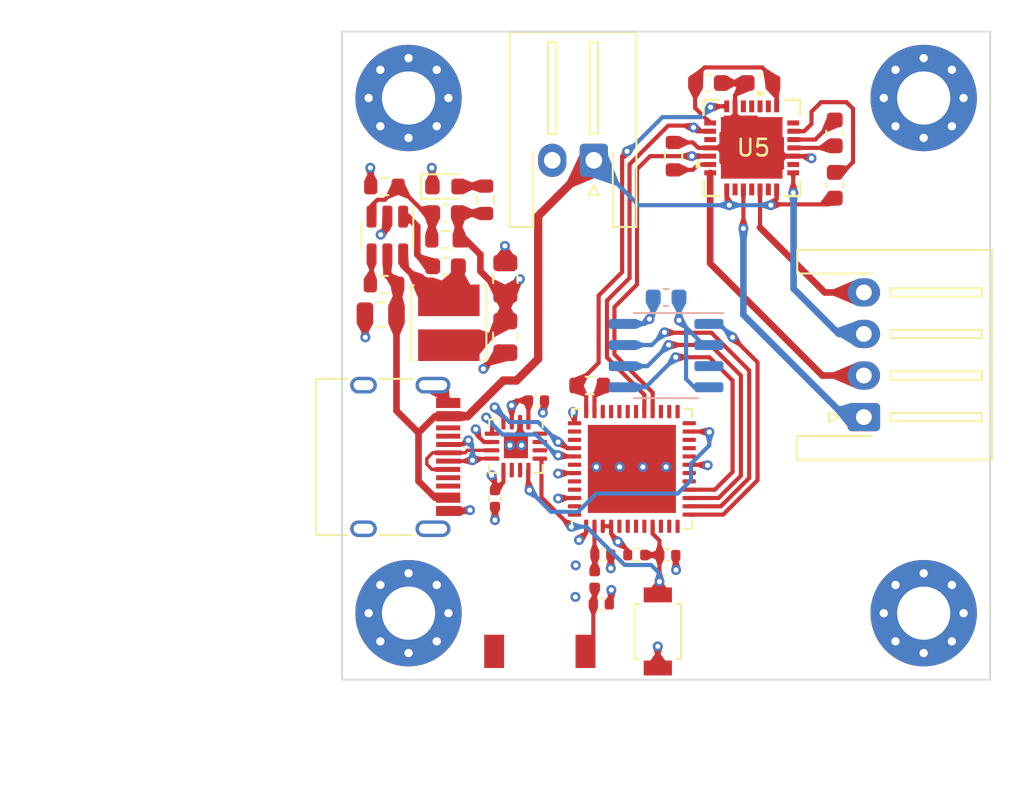
<source format=kicad_pcb>
(kicad_pcb (version 20221018) (generator pcbnew)
  (layers (0 "F.Cu" signal) (1 "In1.Cu" power "GND") (2 "In2.Cu" power "3.3V") (31 "B.Cu" signal) (34 "B.Paste" user) (35 "F.Paste" user) (36 "B.SilkS" user "B.Silkscreen") (37 "F.SilkS" user "F.Silkscreen") (38 "B.Mask" user) (39 "F.Mask" user) (44 "Edge.Cuts" user))
  (net 0 "")
  (net 1 "Net-(U4-SW)")
  (net 2 "Net-(U4-BS)")
  (net 3 "Net-(U4-FB)")
  (net 4 "4.5V-30V")
  (net 5 "GND")
  (net 6 "3.3V")
  (net 7 "D+")
  (net 8 "D-")
  (net 11 "RX")
  (net 12 "TX")
  (net 48 "Net-(U4-EN)")
  (net 49 "OP")
  (net 50 "EN")
  (net 51 "Net-(E1-A)")
  (net 52 "Net-(U3-LNA_IN)")
  (net 53 "5V")
  (net 54 "Net-(U5-CPI)")
  (net 55 "Net-(U5-CPO)")
  (net 56 "Net-(U5-VCP)")
  (net 57 "TMC_TX")
  (net 58 "TMC_RX")
  (net 59 "Net-(U5-STDBY)")
  (net 64 "TMC_STEP")
  (net 65 "TMC_DIR")
  (net 67 "Net-(D2-A)")
  (net 69 "OA1")
  (net 70 "SPI_CS")
  (net 72 "SPI_MOSI")
  (net 73 "SPI_MISO")
  (net 74 "SPI_CLK")
  (net 75 "OA2")
  (net 76 "OB2")
  (net 77 "OB1")
  (footprint "Connector_JST:JST_XH_S4B-XH-A-1_1x04_P2.50mm_Horizontal" (layer "F.Cu") (at 127.4 108.2 90)
    (fp_text reference "E2" hide)
    (fp_text value "Conn_01x04_Socket")
  )
  (footprint "Capacitor_SMD:C_0402_1005Metric" (layer "F.Cu") (at 107.7 107.2 180)
    (fp_text reference "C7" hide)
    (fp_text value "0.1uf")
  )
  (footprint "LED_SMD:LED_0603_1608Metric" (layer "F.Cu") (at 102.225 94.325)
    (fp_text reference "D2" hide)
    (fp_text value "LED")
  )
  (footprint "Connector_USB:USB_C_Receptacle_HRO_TYPE-C-31-M-12" (layer "F.Cu") (at 98.34 110.6 -90)
    (fp_text reference "J2" hide)
    (fp_text value "USB_C_Receptacle_USB2.0_16P")
  )
  (footprint "Capacitor_SMD:C_0603_1608Metric" (layer "F.Cu") (at 121.14851 88.09851)
    (fp_text reference "C9" hide)
    (fp_text value "10uf")
  )
  (footprint "Capacitor_SMD:C_0603_1608Metric" (layer "F.Cu") (at 125.65 91.1 -90)
    (fp_text reference "C11" hide)
    (fp_text value "22nf")
  )
  (footprint "BLab:QFN28_5X5_TRI" (layer "F.Cu") (at 120.65076 92.00076 180)
    (fp_text reference "U5")
    (fp_text value "TMC2209-LA" hide)
  )
  (footprint "Capacitor_SMD:C_0603_1608Metric" (layer "F.Cu") (at 125.65 94.25 -90)
    (fp_text reference "C12" hide)
    (fp_text value "0.1uf")
  )
  (footprint "Capacitor_SMD:C_0402_1005Metric" (layer "F.Cu") (at 111.69 116.47 180)
    (fp_text reference "CANT_C2" hide)
    (fp_text value "NC")
  )
  (footprint "Capacitor_SMD:C_0805_2012Metric" (layer "F.Cu") (at 105.825 99.875 90)
    (fp_text reference "C4" hide)
    (fp_text value "22uf")
  )
  (footprint "Resistor_SMD:R_0603_1608Metric" (layer "F.Cu") (at 98.55 94.325)
    (fp_text reference "R2" hide)
    (fp_text value "10k")
  )
  (footprint "Capacitor_SMD:C_0402_1005Metric" (layer "F.Cu") (at 105.2 113.1 90)
    (fp_text reference "C3" hide)
    (fp_text value "0.1uf")
  )
  (footprint "Capacitor_SMD:C_0603_1608Metric" (layer "F.Cu") (at 102.225 95.925)
    (fp_text reference "C2" hide)
    (fp_text value "UNKNOWN")
  )
  (footprint "my:bt-342" (layer "F.Cu") (at 115 121.1 90)
    (fp_text reference "SW1" hide)
    (fp_text value "SW_Push")
  )
  (footprint "Capacitor_SMD:C_0402_1005Metric" (layer "F.Cu") (at 111.6 119.47 180)
    (fp_text reference "ANT_C1" hide)
    (fp_text value "NC")
  )
  (footprint "Resistor_SMD:R_0603_1608Metric" (layer "F.Cu") (at 104.625 95.125 90)
    (fp_text reference "R11" hide)
    (fp_text value "10k")
  )
  (footprint "Package_DFN_QFN:QFN-16-1EP_3x3mm_P0.5mm_EP1.45x1.45mm" (layer "F.Cu") (at 106.4625 109.95 -90)
    (fp_text reference "U1" hide)
    (fp_text value "ch343p")
  )
  (footprint "Resistor_SMD:R_0402_1005Metric" (layer "F.Cu") (at 113.7 116.5)
    (fp_text reference "R4" hide)
    (fp_text value "10k")
  )
  (footprint "MountingHole:MountingHole_3.2mm_M3_Pad_Via" (layer "F.Cu") (at 131 89)
    (fp_text reference "H3" hide)
    (fp_text value "MountingHole")
  )
  (footprint "Resistor_SMD:R_0603_1608Metric" (layer "F.Cu") (at 102.225 97.525)
    (fp_text reference "R1" hide)
    (fp_text value "31.25k")
  )
  (footprint "Package_TO_SOT_SMD:SOT-23-6" (layer "F.Cu") (at 98.725 97.275 -90)
    (fp_text reference "U4" hide)
    (fp_text value "~")
  )
  (footprint "Resistor_SMD:R_0603_1608Metric" (layer "F.Cu") (at 98.525 100.225)
    (fp_text reference "R3" hide)
    (fp_text value "100k")
  )
  (footprint "MountingHole:MountingHole_3.2mm_M3_Pad_Via" (layer "F.Cu") (at 100 120)
    (fp_text reference "H2" hide)
    (fp_text value "MountingHole")
  )
  (footprint "Inductor_SMD:L_Cenker_CKCS4030" (layer "F.Cu") (at 102.425 102.525 -90)
    (fp_text reference "L1" hide)
    (fp_text value "4.7uh")
  )
  (footprint "Resistor_SMD:R_0603_1608Metric" (layer "F.Cu") (at 115.94851 92.49851 90)
    (fp_text reference "R9" hide)
    (fp_text value "100k")
  )
  (footprint "Capacitor_SMD:C_0603_1608Metric" (layer "F.Cu") (at 118.04851 88.09851 180)
    (fp_text reference "C13" hide)
    (fp_text value "0.1uf")
  )
  (footprint "MountingHole:MountingHole_3.2mm_M3_Pad_Via" (layer "F.Cu") (at 100 89)
    (fp_text reference "H4" hide)
    (fp_text value "MountingHole")
  )
  (footprint "BLab:CA-03" (layer "F.Cu") (at 110.65 122.3 180)
    (fp_text reference "E1" hide)
    (fp_text value "Antenna")
  )
  (footprint "MountingHole:MountingHole_3.2mm_M3_Pad_Via" (layer "F.Cu") (at 131 120)
    (fp_text reference "H1" hide)
    (fp_text value "MountingHole")
  )
  (footprint "Capacitor_SMD:C_0603_1608Metric" (layer "F.Cu") (at 102.225 99.125 180)
    (fp_text reference "C1" hide)
    (fp_text value "0.1uf")
  )
  (footprint "Capacitor_SMD:C_0805_2012Metric" (layer "F.Cu") (at 98.325 102.025 180)
    (fp_text reference "C5" hide)
    (fp_text value "22uf")
  )
  (footprint "Capacitor_SMD:C_0805_2012Metric" (layer "F.Cu") (at 105.825 103.375 -90)
    (fp_text reference "C8" hide)
    (fp_text value "22uf")
  )
  (footprint "Capacitor_SMD:C_0402_1005Metric" (layer "F.Cu") (at 115.6 116.5)
    (fp_text reference "C6" hide)
    (fp_text value "1uf")
  )
  (footprint "Package_DFN_QFN:QFN-48-1EP_7x7mm_P0.5mm_EP5.3x5.3mm" (layer "F.Cu") (at 113.44 111.32 90)
    (fp_text reference "U3" hide)
    (fp_text value "ESP32-PICO-D4")
  )
  (footprint "Connector_JST:JST_XH_S2B-XH-A-1_1x02_P2.50mm_Horizontal" (layer "F.Cu") (at 111.15 92.75 180)
    (fp_text reference "J1" hide)
    (fp_text value "Conn_01x02_Socket")
  )
  (footprint "Resistor_SMD:R_0603_1608Metric" (layer "F.Cu") (at 110.9 106.3 180)
    (fp_text reference "R6" hide)
    (fp_text value "1k")
  )
  (footprint "Inductor_SMD:L_0402_1005Metric" (layer "F.Cu") (at 111.2 117.97 90)
    (fp_text reference "ANT_L1" hide)
    (fp_text value "NC")
  )
  (footprint "Package_SO:SO-8_3.9x4.9mm_P1.27mm" (layer "B.Cu") (at 115.5 104.5 180)
    (fp_text reference "U2" hide)
    (fp_text value "MT6816")
  )
  (footprint "Capacitor_SMD:C_0603_1608Metric" (layer "B.Cu") (at 115.5 101 180)
    (fp_text reference "C14" hide)
    (fp_text value "0.1uf")
  )
  (gr_line (start 96 85) (end 96 124) (stroke (width 0.1)) (layer "Edge.Cuts"))
  (gr_line (start 100 124) (end 135 124) (stroke (width 0.1)) (layer "Edge.Cuts"))
  (gr_line (start 135 85) (end 96 85) (stroke (width 0.1)) (layer "Edge.Cuts"))
  (gr_line (start 96 124) (end 100 124) (stroke (width 0.1)) (layer "Edge.Cuts"))
  (gr_line (start 135 124) (end 135 85) (stroke (width 0.1)) (layer "Edge.Cuts"))
  (segment (start 99.675 98.4125) (end 99.675 99.074999) (width 0.4) (layer "F.Cu") (net 1))
  (segment (start 99.675 99.074999) (end 101.775001 101.175) (width 0.4) (layer "F.Cu") (net 1))
  (segment (start 103 99.125) (end 103 100.6) (width 0.4) (layer "F.Cu") (net 1))
  (segment (start 101.775001 101.175) (end 102.425 101.175) (width 0.4) (layer "F.Cu") (net 1))
  (segment (start 103 100.6) (end 102.425 101.175) (width 0.4) (layer "F.Cu") (net 1))
  (segment (start 100.525 96.725) (end 100.525 98.425) (width 0.4) (layer "F.Cu") (net 2))
  (segment (start 101.225 99.125) (end 101.45 99.125) (width 0.4) (layer "F.Cu") (net 2))
  (segment (start 100.525 98.425) (end 101.225 99.125) (width 0.4) (layer "F.Cu") (net 2))
  (segment (start 99.9375 96.1375) (end 100.525 96.725) (width 0.4) (layer "F.Cu") (net 2))
  (segment (start 99.675 96.1375) (end 99.9375 96.1375) (width 0.4) (layer "F.Cu") (net 2))
  (segment (start 97.775 96.1375) (end 97.775 95.475001) (width 0.25) (layer "F.Cu") (net 3))
  (segment (start 98.575 95.125) (end 99.375 94.325) (width 0.25) (layer "F.Cu") (net 3))
  (segment (start 101.4 97.525) (end 101.4 95.975) (width 0.4) (layer "F.Cu") (net 3))
  (segment (start 97.775 95.475001) (end 98.125001 95.125) (width 0.25) (layer "F.Cu") (net 3))
  (segment (start 101.4 95.875) (end 101.45 95.925) (width 0.4) (layer "F.Cu") (net 3))
  (segment (start 98.125001 95.125) (end 98.575 95.125) (width 0.25) (layer "F.Cu") (net 3))
  (segment (start 99.375 94.325) (end 99.3875 94.325) (width 0.25) (layer "F.Cu") (net 3))
  (segment (start 99.3875 94.325) (end 100.9875 95.925) (width 0.25) (layer "F.Cu") (net 3))
  (segment (start 100.9875 95.925) (end 101.45 95.925) (width 0.25) (layer "F.Cu") (net 3))
  (segment (start 101.4 95.975) (end 101.45 95.925) (width 0.4) (layer "F.Cu") (net 3))
  (segment (start 99.375 94.125) (end 99.375 94.25) (width 0.5) (layer "F.Cu") (net 3))
  (segment (start 107.8 96.1) (end 111.15 92.75) (width 0.5) (layer "F.Cu") (net 4))
  (segment (start 105.7 106) (end 106.5 106) (width 0.5) (layer "F.Cu") (net 4))
  (segment (start 107.8 104.7) (end 107.8 96.1) (width 0.5) (layer "F.Cu") (net 4))
  (segment (start 101.596016 113.05) (end 100.6 112.053984) (width 0.4) (layer "F.Cu") (net 4))
  (segment (start 106.5 106) (end 107.8 104.7) (width 0.5) (layer "F.Cu") (net 4))
  (segment (start 102.335 108.15) (end 102.6 108.2) (width 0.4) (layer "F.Cu") (net 4))
  (segment (start 103.55 108.15) (end 105.7 106) (width 0.5) (layer "F.Cu") (net 4))
  (segment (start 102.6 108.2) (end 102.435 108.15) (width 0.4) (layer "F.Cu") (net 4))
  (segment (start 121.85 95.4) (end 121.8 95.45) (width 0.25) (layer "F.Cu") (net 4))
  (segment (start 101.595 108.15) (end 101.95 108.15) (width 0.4) (layer "F.Cu") (net 4))
  (segment (start 100.6 112.053984) (end 100.6 109.145) (width 0.4) (layer "F.Cu") (net 4))
  (segment (start 98.725 98.4125) (end 98.725 99.6) (width 0.5) (layer "F.Cu") (net 4))
  (segment (start 100.6 109.145) (end 99.275 107.82) (width 0.4) (layer "F.Cu") (net 4))
  (segment (start 98.725 99.6) (end 99.35 100.225) (width 0.5) (layer "F.Cu") (net 4))
  (segment (start 121.8 95.45) (end 122.1519 95.0981) (width 0.25) (layer "F.Cu") (net 4))
  (segment (start 101.95 108.15) (end 102 108.2) (width 0.4) (layer "F.Cu") (net 4))
  (segment (start 125.65 95.025) (end 125.275 95.4) (width 0.25) (layer "F.Cu") (net 4))
  (segment (start 99.35 100.225) (end 99.35 101.95) (width 0.5) (layer "F.Cu") (net 4))
  (segment (start 99.275 107.82) (end 99.275 102.025) (width 0.4) (layer "F.Cu") (net 4))
  (segment (start 99.35 101.95) (end 99.275 102.025) (width 0.5) (layer "F.Cu") (net 4))
  (segment (start 102 108.2) (end 102.05 108.15) (width 0.4) (layer "F.Cu") (net 4))
  (segment (start 125.275 95.4) (end 121.85 95.4) (width 0.25) (layer "F.Cu") (net 4))
  (segment (start 102.385 108.15) (end 103.55 108.15) (width 0.5) (layer "F.Cu") (net 4))
  (segment (start 99.275 102.025) (end 99.275 102.674999) (width 0.5) (layer "F.Cu") (net 4))
  (segment (start 122.1519 95.0981) (end 122.1519 94.50076) (width 0.25) (layer "F.Cu") (net 4))
  (segment (start 102.05 108.15) (end 102.335 108.15) (width 0.4) (layer "F.Cu") (net 4))
  (segment (start 119.3 95.45) (end 119.14962 95.29962) (width 0.25) (layer "F.Cu") (net 4))
  (segment (start 102.435 108.15) (end 102.385 108.15) (width 0.4) (layer "F.Cu") (net 4))
  (segment (start 119.14962 95.29962) (end 119.14962 94.50076) (width 0.25) (layer "F.Cu") (net 4))
  (segment (start 100.6 109.145) (end 101.595 108.15) (width 0.4) (layer "F.Cu") (net 4))
  (segment (start 102.385 113.05) (end 101.596016 113.05) (width 0.4) (layer "F.Cu") (net 4))
  (via (at 121.8 95.45) (size 0.6) (drill 0.3) (layers "F.Cu" "B.Cu") (net 4))
  (via (at 119.3 95.45) (size 0.6) (drill 0.3) (layers "F.Cu" "B.Cu") (net 4))
  (segment (start 119.3 95.45) (end 113.85 95.45) (width 0.25) (layer "B.Cu") (net 4))
  (segment (start 119.3 95.45) (end 121.8 95.45) (width 0.25) (layer "B.Cu") (net 4))
  (segment (start 113.85 95.45) (end 111.15 92.75) (width 0.25) (layer "B.Cu") (net 4))
  (segment (start 120.37351 88.09851) (end 118.82351 88.09851) (width 0.25) (layer "F.Cu") (net 5))
  (segment (start 115 122) (end 115 123.3) (width 0.25) (layer "F.Cu") (net 5))
  (segment (start 117.434644 92.00076) (end 117.107394 91.67351) (width 0.25) (layer "F.Cu") (net 5))
  (segment (start 98.725 96.1375) (end 98.725 96.825) (width 0.4) (layer "F.Cu") (net 5))
  (segment (start 105.825 97.925) (end 105.8 97.9) (width 0.25) (layer "F.Cu") (net 5))
  (segment (start 102.385 107.195) (end 101.47 106.28) (width 0.4) (layer "F.Cu") (net 5))
  (segment (start 108.18 107.840489) (end 108.18 107.2) (width 0.25) (layer "F.Cu") (net 5))
  (segment (start 106.1 109.9) (end 106.4625 109.95) (width 0.25) (layer "F.Cu") (net 5))
  (segment (start 98.725 96.825) (end 98.325 97.225) (width 0.4) (layer "F.Cu") (net 5))
  (segment (start 105.475 104.325) (end 105.825 104.325) (width 0.25) (layer "F.Cu") (net 5))
  (segment (start 119.65 89.50076) (end 119.65 88.82202) (width 0.25) (layer "F.Cu") (net 5))
  (segment (start 103.65 113.85) (end 103.7 113.8) (width 0.25) (layer "F.Cu") (net 5))
  (segment (start 116.08 117.38) (end 116.08 116.5) (width 0.25) (layer "F.Cu") (net 5))
  (segment (start 106.7125 108.5125) (end 106.7125 109.7) (width 0.25) (layer "F.Cu") (net 5))
  (segment (start 124.25076 92.62576) (end 124.126141 92.501141) (width 0.25) (layer "F.Cu") (net 5))
  (segment (start 118.15076 92.00076) (end 120.65076 92.00076) (width 0.25) (layer "F.Cu") (net 5))
  (segment (start 106.7125 109.7) (end 106.1 109.9) (width 0.25) (layer "F.Cu") (net 5))
  (segment (start 116.1 117.4) (end 116.08 117.38) (width 0.25) (layer "F.Cu") (net 5))
  (segment (start 119.65 91) (end 120.65076 92.00076) (width 0.25) (layer "F.Cu") (net 5))
  (segment (start 108.079508 107.940981) (end 108.18 107.840489) (width 0.25) (layer "F.Cu") (net 5))
  (segment (start 112.2 118.6) (end 112.2 119.35) (width 0.25) (layer "F.Cu") (net 5))
  (segment (start 105.2 113.58) (end 105.2 114.4) (width 0.25) (layer "F.Cu") (net 5))
  (segment (start 97.725 94.325) (end 97.725 93.225) (width 0.25) (layer "F.Cu") (net 5))
  (segment (start 101.4375 94.325) (end 101.4375 93.2375) (width 0.25) (layer "F.Cu") (net 5))
  (segment (start 97.725 93.225) (end 97.7 93.2) (width 0.25) (layer "F.Cu") (net 5))
  (segment (start 119.65 88.82202) (end 120.37351 88.09851) (width 0.25) (layer "F.Cu") (net 5))
  (segment (start 104.5 105.3) (end 105.475 104.325) (width 0.25) (layer "F.Cu") (net 5))
  (segment (start 123.15076 92.501141) (end 121.151141 92.501141) (width 0.25) (layer "F.Cu") (net 5))
  (segment (start 105.825 98.925) (end 105.825 97.925) (width 0.25) (layer "F.Cu") (net 5))
  (segment (start 112.2 119.35) (end 112.08 119.47) (width 0.25) (layer "F.Cu") (net 5))
  (segment (start 119.65 89.50076) (end 119.65 91) (width 0.25) (layer "F.Cu") (net 5))
  (segment (start 97.375 102.025) (end 97.375 103.375) (width 0.25) (layer "F.Cu") (net 5))
  (segment (start 97.375 103.375) (end 97.4 103.4) (width 0.25) (layer "F.Cu") (net 5))
  (segment (start 102.385 113.85) (end 103.65 113.85) (width 0.25) (layer "F.Cu") (net 5))
  (segment (start 124.126141 92.501141) (end 123.15076 92.501141) (width 0.25) (layer "F.Cu") (net 5))
  (segment (start 112.17 117.3) (end 112.17 116.47) (width 0.25) (layer "F.Cu") (net 5))
  (segment (start 106.7125 109.7) (end 106.4625 109.95) (width 0.25) (layer "F.Cu") (net 5))
  (segment (start 101.4375 93.2375) (end 101.4 93.2) (width 0.25) (layer "F.Cu") (net 5))
  (segment (start 106.8 109.9) (end 106.7125 109.7) (width 0.25) (layer "F.Cu") (net 5))
  (segment (start 117.107394 91.67351) (end 115.94851 91.67351) (width 0.25) (layer "F.Cu") (net 5))
  (segment (start 102.385 107.35) (end 102.385 107.195) (width 0.4) (layer "F.Cu") (net 5))
  (segment (start 118.15076 92.00076) (end 117.434644 92.00076) (width 0.25) (layer "F.Cu") (net 5))
  (segment (start 121.151141 92.501141) (end 120.65076 92.00076) (width 0.25) (layer "F.Cu") (net 5))
  (via (at 110.04 119.02) (size 0.6) (drill 0.3) (layers "F.Cu" "B.Cu") (net 5))
  (via (at 114.5 102.3) (size 0.6) (drill 0.3) (layers "F.Cu" "B.Cu") (net 5))
  (via (at 110.06 117.12) (size 0.6) (drill 0.3) (layers "F.Cu" "B.Cu") (net 5))
  (via (at 105.2 114.4) (size 0.6) (drill 0.3) (layers "F.Cu" "B.Cu") (net 5))
  (via (at 124.25076 92.62576) (size 0.6) (drill 0.3) (layers "F.Cu" "B.Cu") (net 5))
  (via (at 112.17 117.3) (size 0.6) (drill 0.3) (layers "F.Cu" "B.Cu") (net 5))
  (via (at 103.7 113.8) (size 0.6) (drill 0.3) (layers "F.Cu" "B.Cu") (net 5))
  (via (at 116.1 117.4) (size 0.6) (drill 0.3) (layers "F.Cu" "B.Cu") (net 5))
  (via (at 98.325 97.225) (size 0.6) (drill 0.3) (layers "F.Cu" "B.Cu") (net 5))
  (via (at 108.079508 107.940981) (size 0.6) (drill 0.3) (layers "F.Cu" "B.Cu") (net 5))
  (via (at 112.7 111.2) (size 0.6) (drill 0.3) (layers "F.Cu" "B.Cu") (net 5))
  (via (at 115.5 111.2) (size 0.6) (drill 0.3) (layers "F.Cu" "B.Cu") (net 5))
  (via (at 97.7 93.2) (size 0.6) (drill 0.3) (layers "F.Cu" "B.Cu") (net 5))
  (via (at 97.4 103.4) (size 0.6) (drill 0.3) (layers "F.Cu" "B.Cu") (net 5))
  (via (at 114.1 111.2) (size 0.6) (drill 0.3) (layers "F.Cu" "B.Cu") (net 5))
  (via (at 115 122) (size 0.6) (drill 0.3) (layers "F.Cu" "B.Cu") (net 5))
  (via (at 101.4 93.2) (size 0.6) (drill 0.3) (layers "F.Cu" "B.Cu") (net 5))
  (via (at 111.3 111.2) (size 0.6) (drill 0.3) (layers "F.Cu" "B.Cu") (net 5))
  (via (at 106.8 109.9) (size 0.6) (drill 0.3) (layers "F.Cu" "B.Cu") (net 5))
  (via (at 106.1 109.9) (size 0.6) (drill 0.3) (layers "F.Cu" "B.Cu") (net 5))
  (via (at 104.5 105.3) (size 0.6) (drill 0.3) (layers "F.Cu" "B.Cu") (net 5))
  (via (at 112.2 118.6) (size 0.6) (drill 0.3) (layers "F.Cu" "B.Cu") (net 5))
  (via (at 105.8 97.9) (size 0.6) (drill 0.3) (layers "F.Cu" "B.Cu") (net 5))
  (segment (start 112.925 102.595) (end 114.205 102.595) (width 0.25) (layer "B.Cu") (net 5))
  (segment (start 114.205 102.595) (end 114.5 102.3) (width 0.25) (layer "B.Cu") (net 5))
  (segment (start 114.5 102.3) (end 114.725 102.075) (width 0.25) (layer "B.Cu") (net 5))
  (segment (start 114.725 102.075) (end 114.725 101) (width 0.25) (layer "B.Cu") (net 5))
  (segment (start 112.6 115.62974) (end 112.19 115.21974) (width 0.25) (layer "F.Cu") (net 6))
  (segment (start 107.22 107.2) (end 106.5 107.2) (width 0.25) (layer "F.Cu") (net 6))
  (segment (start 106.5 107.2) (end 106.2 107.5) (width 0.25) (layer "F.Cu") (net 6))
  (segment (start 104.53776 109.7) (end 105.025 109.7) (width 0.25) (layer "F.Cu") (net 6))
  (segment (start 112.19 115.21974) (end 112.19 114.77) (width 0.25) (layer "F.Cu") (net 6))
  (segment (start 109.99 113.07) (end 109.03 113.07) (width 0.25) (layer "F.Cu") (net 6))
  (segment (start 105.825 102.425) (end 105.825 100.825) (width 0.5) (layer "F.Cu") (net 6))
  (segment (start 106.7 99.95) (end 105.825 100.825) (width 0.4) (layer "F.Cu") (net 6))
  (segment (start 116.89 111.07) (end 117.97 111.07) (width 0.25) (layer "F.Cu") (net 6))
  (segment (start 107.2125 107.2075) (end 107.22 107.2) (width 0.25) (layer "F.Cu") (net 6))
  (segment (start 112.6 115.7) (end 112.6 115.62974) (width 0.25) (layer "F.Cu") (net 6))
  (segment (start 102.425 103.875) (end 104.375 103.875) (width 0.4) (layer "F.Cu") (net 6))
  (segment (start 106.2125 107.5125) (end 106.2 107.5) (width 0.25) (layer "F.Cu") (net 6))
  (segment (start 104.043627 108.934654) (end 104.2 109.091027) (width 0.25) (layer "F.Cu") (net 6))
  (segment (start 112.6 115.7) (end 112.67026 115.7) (width 0.25) (layer "F.Cu") (net 6))
  (segment (start 103 97.475) (end 103.05 97.525) (width 0.4) (layer "F.Cu") (net 6))
  (segment (start 104.325 98.425) (end 104.325 99.425) (width 0.4) (layer "F.Cu") (net 6))
  (segment (start 105.7125 112.1075) (end 105.2 112.62) (width 0.25) (layer "F.Cu") (net 6))
  (segment (start 104.2 109.091027) (end 104.2 109.36224) (width 0.25) (layer "F.Cu") (net 6))
  (segment (start 109.03 113.07) (end 109 113.1) (width 0.25) (layer "F.Cu") (net 6))
  (segment (start 103.425 97.525) (end 104.325 98.425) (width 0.4) (layer "F.Cu") (net 6))
  (segment (start 105.725 100.825) (end 105.825 100.825) (width 0.4) (layer "F.Cu") (net 6))
  (segment (start 109.99 108.57) (end 109.99 107.99) (width 0.25) (layer "F.Cu") (net 6))
  (segment (start 106.2125 108.5125) (end 106.2125 107.5125) (width 0.25) (layer "F.Cu") (net 6))
  (segment (start 104.2 109.36224) (end 104.53776 109.7) (width 0.25) (layer "F.Cu") (net 6))
  (segment (start 105.2 112.62) (end 105.2 111.9) (width 0.25) (layer "F.Cu") (net 6))
  (segment (start 110.259999 115.6) (end 110.69 115.169999) (width 0.25) (layer "F.Cu") (net 6))
  (segment (start 109.99 107.99) (end 109.9 107.9) (width 0.25) (layer "F.Cu") (net 6))
  (segment (start 103 95.925) (end 104.6 95.925) (width 0.4) (layer "F.Cu") (net 6))
  (segment (start 105.2 111.9) (end 105 111.7) (width 0.25) (layer "F.Cu") (net 6))
  (segment (start 104.375 103.875) (end 105.825 102.425) (width 0.4) (layer "F.Cu") (net 6))
  (segment (start 110.69 115.169999) (end 110.69 114.77) (width 0.25) (layer "F.Cu") (net 6))
  (segment (start 103 95.925) (end 103 97.475) (width 0.4) (layer "F.Cu") (net 6))
  (segment (start 113.19 116.21974) (end 113.19 116.5) (width 0.25) (layer "F.Cu") (net 6))
  (segment (start 107.2125 108.5125) (end 107.2125 107.2075) (width 0.25) (layer "F.Cu") (net 6))
  (segment (start 109.99 111.57) (end 109.03 111.57) (width 0.25) (layer "F.Cu") (net 6))
  (segment (start 104.6 95.925) (end 104.625 95.95) (width 0.4) (layer "F.Cu") (net 6))
  (segment (start 106.7 99.9) (end 106.7 99.95) (width 0.4) (layer "F.Cu") (net 6))
  (segment (start 112.67026 115.7) (end 113.19 116.21974) (width 0.25) (layer "F.Cu") (net 6))
  (segment (start 104.325 99.425) (end 105.725 100.825) (width 0.4) (layer "F.Cu") (net 6))
  (segment (start 109.03 111.57) (end 109 111.6) (width 0.25) (layer "F.Cu") (net 6))
  (segment (start 117.97 111.07) (end 118 111.1) (width 0.25) (layer "F.Cu") (net 6))
  (segment (start 105.7125 111.3875) (end 105.7125 112.1075) (width 0.25) (layer "F.Cu") (net 6))
  (segment (start 111.69 114.77) (end 112.19 114.77) (width 0.25) (layer "F.Cu") (net 6))
  (segment (start 103.05 97.525) (end 103.425 97.525) (width 0.4) (layer "F.Cu") (net 6))
  (via (at 106.7 99.9) (size 0.6) (drill 0.3) (layers "F.Cu" "B.Cu") (net 6))
  (via (at 116.275 102.375) (size 0.6) (drill 0.3) (layers "F.Cu" "B.Cu") (net 6))
  (via (at 110.259999 115.6) (size 0.6) (drill 0.3) (layers "F.Cu" "B.Cu") (net 6))
  (via (at 118 111.1) (size 0.6) (drill 0.3) (layers "F.Cu" "B.Cu") (net 6))
  (via (at 105 111.7) (size 0.6) (drill 0.3) (layers "F.Cu" "B.Cu") (net 6))
  (via (at 112.6 115.7) (size 0.6) (drill 0.3) (layers "F.Cu" "B.Cu") (net 6))
  (via (at 109 113.1) (size 0.6) (drill 0.3) (layers "F.Cu" "B.Cu") (net 6))
  (via (at 109.9 107.9) (size 0.6) (drill 0.3) (layers "F.Cu" "B.Cu") (net 6))
  (via (at 109 111.6) (size 0.6) (drill 0.3) (layers "F.Cu" "B.Cu") (net 6))
  (via (at 106.2 107.5) (size 0.6) (drill 0.3) (layers "F.Cu" "B.Cu") (net 6))
  (via (at 104.043627 108.934654) (size 0.6) (drill 0.3) (layers "F.Cu" "B.Cu") (net 6))
  (segment (start 117.200001 106.405) (end 118.075 106.405) (width 0.25) (layer "B.Cu") (net 6))
  (segment (start 116.275 102.375) (end 116.275 101) (width 0.25) (layer "B.Cu") (net 6))
  (segment (start 116.275 102.375) (end 117.765 103.865) (width 0.25) (layer "B.Cu") (net 6))
  (segment (start 116.7 105.904999) (end 117.200001 106.405) (width 0.25) (layer "B.Cu") (net 6))
  (segment (start 117.765 103.865) (end 118.075 103.865) (width 0.25) (layer "B.Cu") (net 6))
  (segment (start 116.7 102.8) (end 116.7 105.904999) (width 0.25) (layer "B.Cu") (net 6))
  (segment (start 116.275 102.375) (end 116.7 102.8) (width 0.25) (layer "B.Cu") (net 6))
  (segment (start 101.1 111.04) (end 101.1 110.7) (width 0.2) (layer "F.Cu") (net 7))
  (segment (start 103.4 110.35) (end 102.385 110.35) (width 0.2) (layer "F.Cu") (net 7))
  (segment (start 103.55 110.2) (end 103.4 110.35) (width 0.2) (layer "F.Cu") (net 7))
  (segment (start 102.385 111.35) (end 101.41 111.35) (width 0.2) (layer "F.Cu") (net 7))
  (segment (start 101.45 110.35) (end 102.385 110.35) (width 0.2) (layer "F.Cu") (net 7))
  (segment (start 105.025 110.2) (end 103.55 110.2) (width 0.2) (layer "F.Cu") (net 7))
  (segment (start 101.41 111.35) (end 101.1 111.04) (width 0.2) (layer "F.Cu") (net 7))
  (segment (start 101.1 110.7) (end 101.45 110.35) (width 0.2) (layer "F.Cu") (net 7))
  (segment (start 103.8 110.85) (end 102.385 110.85) (width 0.2) (layer "F.Cu") (net 8))
  (segment (start 103.599422 109.6) (end 103.56 109.6) (width 0.2) (layer "F.Cu") (net 8))
  (segment (start 103.95 110.7) (end 105.025 110.7) (width 0.2) (layer "F.Cu") (net 8))
  (segment (start 103.31 109.85) (end 102.385 109.85) (width 0.2) (layer "F.Cu") (net 8))
  (segment (start 103.56 109.6) (end 103.31 109.85) (width 0.2) (layer "F.Cu") (net 8))
  (segment (start 103.85 110.8) (end 103.95 110.7) (width 0.2) (layer "F.Cu") (net 8))
  (segment (start 103.85 110.8) (end 103.8 110.85) (width 0.2) (layer "F.Cu") (net 8))
  (via (at 103.85 110.8) (size 0.6) (drill 0.3) (layers "F.Cu" "B.Cu") (net 8))
  (via (at 103.599422 109.6) (size 0.6) (drill 0.3) (layers "F.Cu" "B.Cu") (net 8))
  (segment (start 103.85 109.850578) (end 103.85 110.8) (width 0.2) (layer "B.Cu") (net 8))
  (segment (start 103.599422 109.6) (end 103.85 109.850578) (width 0.2) (layer "B.Cu") (net 8))
  (segment (start 109.54026 110.07) (end 109.99 110.07) (width 0.25) (layer "F.Cu") (net 11))
  (segment (start 105.180921 107.612624) (end 105.180921 107.680921) (width 0.25) (layer "F.Cu") (net 11))
  (segment (start 105.7125 108.2125) (end 105.7125 108.5125) (width 0.25) (layer "F.Cu") (net 11))
  (segment (start 105.180921 107.680921) (end 105.7125 108.2125) (width 0.25) (layer "F.Cu") (net 11))
  (segment (start 109 109.699997) (end 109.170257 109.699997) (width 0.25) (layer "F.Cu") (net 11))
  (segment (start 109.170257 109.699997) (end 109.54026 110.07) (width 0.25) (layer "F.Cu") (net 11))
  (via (at 105.180921 107.612624) (size 0.6) (drill 0.3) (layers "F.Cu" "B.Cu") (net 11))
  (via (at 109 109.699997) (size 0.6) (drill 0.3) (layers "F.Cu" "B.Cu") (net 11))
  (segment (start 107.800003 108.5) (end 109 109.699997) (width 0.25) (layer "B.Cu") (net 11))
  (segment (start 106.068297 108.5) (end 107.800003 108.5) (width 0.25) (layer "B.Cu") (net 11))
  (segment (start 105.180921 107.612624) (end 106.068297 108.5) (width 0.25) (layer "B.Cu") (net 11))
  (segment (start 104.670971 108.229029) (end 105.025 108.583058) (width 0.25) (layer "F.Cu") (net 12))
  (segment (start 109.27 110.57) (end 109.99 110.57) (width 0.25) (layer "F.Cu") (net 12))
  (segment (start 109 110.5) (end 109.2 110.5) (width 0.25) (layer "F.Cu") (net 12))
  (segment (start 109.2 110.5) (end 109.27 110.57) (width 0.25) (layer "F.Cu") (net 12))
  (segment (start 105.025 108.583058) (end 105.025 109.2) (width 0.25) (layer "F.Cu") (net 12))
  (via (at 109 110.5) (size 0.6) (drill 0.3) (layers "F.Cu" "B.Cu") (net 12))
  (via (at 104.670971 108.229029) (size 0.6) (drill 0.3) (layers "F.Cu" "B.Cu") (net 12))
  (segment (start 104.670971 108.229029) (end 104.670971 108.270971) (width 0.25) (layer "B.Cu") (net 12))
  (segment (start 105.65 109.25) (end 107.666119 109.25) (width 0.25) (layer "B.Cu") (net 12))
  (segment (start 107.666119 109.25) (end 108.916119 110.5) (width 0.25) (layer "B.Cu") (net 12))
  (segment (start 108.916119 110.5) (end 109 110.5) (width 0.25) (layer "B.Cu") (net 12))
  (segment (start 104.670971 108.270971) (end 105.65 109.25) (width 0.25) (layer "B.Cu") (net 12))
  (segment (start 97.775 98.4125) (end 97.775 100.15) (width 0.25) (layer "F.Cu") (net 48))
  (segment (start 97.775 100.15) (end 97.7 100.225) (width 0.25) (layer "F.Cu") (net 48))
  (segment (start 118.07 109.07) (end 116.89 109.07) (width 0.25) (layer "F.Cu") (net 49))
  (segment (start 107.2 112.525) (end 107.2 111.4) (width 0.25) (layer "F.Cu") (net 49))
  (segment (start 118.1 109.1) (end 118.07 109.07) (width 0.25) (layer "F.Cu") (net 49))
  (segment (start 107.2 111.4) (end 107.2125 111.3875) (width 0.25) (layer "F.Cu") (net 49))
  (segment (start 107.275 112.6) (end 107.2 112.525) (width 0.25) (layer "F.Cu") (net 49))
  (via (at 118.1 109.1) (size 0.6) (drill 0.3) (layers "F.Cu" "B.Cu") (net 49))
  (via (at 107.275 112.6) (size 0.6) (drill 0.3) (layers "F.Cu" "B.Cu") (net 49))
  (segment (start 117 111) (end 118.1 109.9) (width 0.25) (layer "B.Cu") (net 49))
  (segment (start 118.1 109.9) (end 118.1 109.1) (width 0.25) (layer "B.Cu") (net 49))
  (segment (start 111.3 112.8) (end 116.2 112.8) (width 0.25) (layer "B.Cu") (net 49))
  (segment (start 117 112) (end 117 111) (width 0.25) (layer "B.Cu") (net 49))
  (segment (start 116.2 112.8) (end 117 112) (width 0.25) (layer "B.Cu") (net 49))
  (segment (start 108.575 113.9) (end 110.2 113.9) (width 0.25) (layer "B.Cu") (net 49))
  (segment (start 110.2 113.9) (end 111.3 112.8) (width 0.25) (layer "B.Cu") (net 49))
  (segment (start 107.275 112.6) (end 108.575 113.9) (width 0.25) (layer "B.Cu") (net 49))
  (segment (start 115.1 116.48) (end 115.12 116.5) (width 0.25) (layer "F.Cu") (net 50))
  (segment (start 108 110.8) (end 107.9 110.7) (width 0.25) (layer "F.Cu") (net 50))
  (segment (start 114.69 114.77) (end 114.69 115.21974) (width 0.25) (layer "F.Cu") (net 50))
  (segment (start 109.8 114.8) (end 109.77026 114.8) (width 0.25) (layer "F.Cu") (net 50))
  (segment (start 115.1 116.52) (end 115.12 116.5) (width 0.25) (layer "F.Cu") (net 50))
  (segment (start 108 113.02974) (end 108 110.8) (width 0.25) (layer "F.Cu") (net 50))
  (segment (start 114.69 115.21974) (end 115.1 115.62974) (width 0.25) (layer "F.Cu") (net 50))
  (segment (start 114.21 116.5) (end 115.12 116.5) (width 0.25) (layer "F.Cu") (net 50))
  (segment (start 109.77026 114.8) (end 108 113.02974) (width 0.25) (layer "F.Cu") (net 50))
  (segment (start 115.1 115.62974) (end 115.1 116.48) (width 0.25) (layer "F.Cu") (net 50))
  (segment (start 115.1 118.1) (end 115.1 118.8) (width 0.25) (layer "F.Cu") (net 50))
  (segment (start 115.1 118.8) (end 115 118.9) (width 0.25) (layer "F.Cu") (net 50))
  (segment (start 115.1 118.1) (end 115.1 116.52) (width 0.25) (layer "F.Cu") (net 50))
  (via (at 109.8 114.8) (size 0.6) (drill 0.3) (layers "F.Cu" "B.Cu") (net 50))
  (via (at 115.1 118.1) (size 0.6) (drill 0.3) (layers "F.Cu" "B.Cu") (net 50))
  (segment (start 113 117.1) (end 110.7 114.8) (width 0.25) (layer "B.Cu") (net 50))
  (segment (start 115.1 117.6) (end 114.6 117.1) (width 0.25) (layer "B.Cu") (net 50))
  (segment (start 110.7 114.8) (end 109.8 114.8) (width 0.25) (layer "B.Cu") (net 50))
  (segment (start 114.6 117.1) (end 113 117.1) (width 0.25) (layer "B.Cu") (net 50))
  (segment (start 115.1 118.1) (end 115.1 117.6) (width 0.25) (layer "B.Cu") (net 50))
  (segment (start 111.2 118.455) (end 111.2 119.39) (width 0.25) (layer "F.Cu") (net 51))
  (segment (start 111.12 121.83) (end 110.65 122.3) (width 0.25) (layer "F.Cu") (net 51))
  (segment (start 111.12 119.47) (end 111.12 121.83) (width 0.25) (layer "F.Cu") (net 51))
  (segment (start 111.2 119.39) (end 111.12 119.47) (width 0.25) (layer "F.Cu") (net 51))
  (segment (start 111.21 117.475) (end 111.21 116.47) (width 0.25) (layer "F.Cu") (net 52))
  (segment (start 111.19 116.45) (end 111.19 114.77) (width 0.25) (layer "F.Cu") (net 52))
  (segment (start 111.2 117.485) (end 111.21 117.475) (width 0.25) (layer "F.Cu") (net 52))
  (segment (start 111.21 116.47) (end 111.19 116.45) (width 0.25) (layer "F.Cu") (net 52))
  (segment (start 117.27351 87.69649) (end 117.27351 88.09851) (width 0.25) (layer "F.Cu") (net 53))
  (segment (start 117.81 87.16) (end 117.27351 87.69649) (width 0.25) (layer "F.Cu") (net 53))
  (segment (start 121.92351 88.09851) (end 121.92351 87.80351) (width 0.25) (layer "F.Cu") (net 53))
  (segment (start 121.92351 87.80351) (end 121.28 87.16) (width 0.25) (layer "F.Cu") (net 53))
  (segment (start 117.24851 89.59737) (end 117.24851 88.12351) (width 0.25) (layer "F.Cu") (net 53))
  (segment (start 121.28 87.16) (end 117.81 87.16) (width 0.25) (layer "F.Cu") (net 53))
  (segment (start 122.1519 89.50076) (end 122.1519 88.12012) (width 0.25) (layer "F.Cu") (net 53))
  (segment (start 118.15076 90.49962) (end 117.24851 89.59737) (width 0.25) (layer "F.Cu") (net 53))
  (segment (start 124.474621 91.500379) (end 125.65 90.325) (width 0.25) (layer "F.Cu") (net 54))
  (segment (start 123.15076 91.500379) (end 124.474621 91.500379) (width 0.25) (layer "F.Cu") (net 54))
  (segment (start 125.52424 92.00076) (end 125.65 91.875) (width 0.25) (layer "F.Cu") (net 55))
  (segment (start 123.15076 92.00076) (end 125.52424 92.00076) (width 0.25) (layer "F.Cu") (net 55))
  (segment (start 126.125 93.475) (end 125.65 93.475) (width 0.25) (layer "F.Cu") (net 56))
  (segment (start 123.80838 91) (end 124.25 90.55838) (width 0.25) (layer "F.Cu") (net 56))
  (segment (start 124.825 89.25) (end 126.35 89.25) (width 0.25) (layer "F.Cu") (net 56))
  (segment (start 126.75 89.65) (end 126.75 92.85) (width 0.25) (layer "F.Cu") (net 56))
  (segment (start 123.15076 91) (end 123.80838 91) (width 0.25) (layer "F.Cu") (net 56))
  (segment (start 126.75 92.85) (end 126.125 93.475) (width 0.25) (layer "F.Cu") (net 56))
  (segment (start 124.25 89.825) (end 124.825 89.25) (width 0.25) (layer "F.Cu") (net 56))
  (segment (start 126.35 89.25) (end 126.75 89.65) (width 0.25) (layer "F.Cu") (net 56))
  (segment (start 124.25 90.55838) (end 124.25 89.825) (width 0.25) (layer "F.Cu") (net 56))
  (segment (start 111.19 106.835) (end 111.725 106.3) (width 0.25) (layer "F.Cu") (net 57))
  (segment (start 111.19 107.87) (end 111.19 106.835) (width 0.25) (layer "F.Cu") (net 57))
  (segment (start 111.44 100.89) (end 111.44 104.935) (width 0.25) (layer "F.Cu") (net 58))
  (segment (start 112.85 92.51) (end 112.85 99.48) (width 0.25) (layer "F.Cu") (net 58))
  (segment (start 118.175 89.555) (end 118.22924 89.50076) (width 0.25) (layer "F.Cu") (net 58))
  (segment (start 112.85 99.48) (end 111.44 100.89) (width 0.25) (layer "F.Cu") (net 58))
  (segment (start 110.69 106.915) (end 110.075 106.3) (width 0.25) (layer "F.Cu") (net 58))
  (segment (start 110.69 107.87) (end 110.69 106.915) (width 0.25) (layer "F.Cu") (net 58))
  (segment (start 111.44 104.935) (end 110.075 106.3) (width 0.25) (layer "F.Cu") (net 58))
  (segment (start 118.22924 89.50076) (end 119.14962 89.50076) (width 0.25) (layer "F.Cu") (net 58))
  (segment (start 113.15 92.21) (end 112.85 92.51) (width 0.25) (layer "F.Cu") (net 58))
  (via (at 118.175 89.555) (size 0.6) (drill 0.3) (layers "F.Cu" "B.Cu") (net 58))
  (via (at 113.15 92.21) (size 0.6) (drill 0.3) (layers "F.Cu" "B.Cu") (net 58))
  (segment (start 113.22 92.21) (end 113.15 92.21) (width 0.25) (layer "B.Cu") (net 58))
  (segment (start 115.28 90.15) (end 113.22 92.21) (width 0.25) (layer "B.Cu") (net 58))
  (segment (start 118.175 89.555) (end 117.58 90.15) (width 0.25) (layer "B.Cu") (net 58))
  (segment (start 117.58 90.15) (end 115.28 90.15) (width 0.25) (layer "B.Cu") (net 58))
  (segment (start 117.107394 93.32351) (end 115.94851 93.32351) (width 0.25) (layer "F.Cu") (net 59))
  (segment (start 117.429384 93.00152) (end 117.107394 93.32351) (width 0.25) (layer "F.Cu") (net 59))
  (segment (start 118.15076 93.00152) (end 117.429384 93.00152) (width 0.25) (layer "F.Cu") (net 59))
  (segment (start 111.94 104.61) (end 114.19 106.86) (width 0.25) (layer "F.Cu") (net 64))
  (segment (start 117.035 90.66) (end 115.63 90.66) (width 0.25) (layer "F.Cu") (net 64))
  (segment (start 111.94 101.19) (end 111.94 104.61) (width 0.25) (layer "F.Cu") (net 64))
  (segment (start 115.63 90.66) (end 113.3 92.99) (width 0.25) (layer "F.Cu") (net 64))
  (segment (start 117.375 91) (end 118.15076 91) (width 0.25) (layer "F.Cu") (net 64))
  (segment (start 113.3 99.83) (end 111.94 101.19) (width 0.25) (layer "F.Cu") (net 64))
  (segment (start 113.3 92.99) (end 113.3 99.83) (width 0.25) (layer "F.Cu") (net 64))
  (segment (start 114.19 106.86) (end 114.19 107.87) (width 0.25) (layer "F.Cu") (net 64))
  (segment (start 117.15 90.775) (end 117.375 91) (width 0.25) (layer "F.Cu") (net 64))
  (segment (start 117.15 90.775) (end 117.035 90.66) (width 0.25) (layer "F.Cu") (net 64))
  (via (at 117.15 90.775) (size 0.6) (drill 0.3) (layers "F.Cu" "B.Cu") (net 64))
  (segment (start 114.536902 92.49851) (end 117.04851 92.49851) (width 0.25) (layer "F.Cu") (net 65))
  (segment (start 113.75 100.22) (end 113.75 93.285412) (width 0.25) (layer "F.Cu") (net 65))
  (segment (start 114.69 106.723604) (end 112.39 104.423604) (width 0.25) (layer "F.Cu") (net 65))
  (segment (start 114.69 107.87) (end 114.69 106.723604) (width 0.25) (layer "F.Cu") (net 65))
  (segment (start 112.39 101.58) (end 113.75 100.22) (width 0.25) (layer "F.Cu") (net 65))
  (segment (start 117.051141 92.501141) (end 117.04851 92.49851) (width 0.25) (layer "F.Cu") (net 65))
  (segment (start 112.39 104.423604) (end 112.39 101.58) (width 0.25) (layer "F.Cu") (net 65))
  (segment (start 118.15076 92.501141) (end 117.051141 92.501141) (width 0.25) (layer "F.Cu") (net 65))
  (segment (start 113.75 93.285412) (end 114.536902 92.49851) (width 0.25) (layer "F.Cu") (net 65))
  (via (at 117.04851 92.49851) (size 0.6) (drill 0.3) (layers "F.Cu" "B.Cu") (net 65))
  (segment (start 104.625 94.3) (end 103.0375 94.3) (width 0.4) (layer "F.Cu") (net 67))
  (segment (start 103.0375 94.3) (end 103.0125 94.325) (width 0.4) (layer "F.Cu") (net 67))
  (segment (start 120.150379 96.850379) (end 120.150379 94.50076) (width 0.25) (layer "F.Cu") (net 69))
  (via (at 120.150379 96.850379) (size 0.6) (drill 0.3) (layers "F.Cu" "B.Cu") (net 69))
  (segment (start 126.3 108.2) (end 127.4 108.2) (width 0.4) (layer "B.Cu") (net 69))
  (segment (start 120.150379 102.050379) (end 126.3 108.2) (width 0.4) (layer "B.Cu") (net 69))
  (segment (start 120.150379 96.850379) (end 120.150379 102.050379) (width 0.4) (layer "B.Cu") (net 69))
  (segment (start 119.5 103.4) (end 121 104.9) (width 0.25) (layer "F.Cu") (net 70))
  (segment (start 121 112) (end 118.93 114.07) (width 0.25) (layer "F.Cu") (net 70))
  (segment (start 118.93 114.07) (end 116.89 114.07) (width 0.25) (layer "F.Cu") (net 70))
  (segment (start 121 104.9) (end 121 112) (width 0.25) (layer "F.Cu") (net 70))
  (via (at 119.5 103.4) (size 0.6) (drill 0.3) (layers "F.Cu" "B.Cu") (net 70))
  (segment (start 118.17 102.5) (end 118.075 102.595) (width 0.25) (layer "B.Cu") (net 70))
  (segment (start 118.6 102.5) (end 118.17 102.5) (width 0.25) (layer "B.Cu") (net 70))
  (segment (start 119.5 103.4) (end 118.6 102.5) (width 0.25) (layer "B.Cu") (net 70))
  (segment (start 115.4 103.1) (end 115.425 103.125) (width 0.25) (layer "F.Cu") (net 72))
  (segment (start 120.5 105.4) (end 120.5 111.863604) (width 0.25) (layer "F.Cu") (net 72))
  (segment (start 118.225 103.125) (end 120.5 105.4) (width 0.25) (layer "F.Cu") (net 72))
  (segment (start 118.793604 113.57) (end 116.89 113.57) (width 0.25) (layer "F.Cu") (net 72))
  (segment (start 120.5 111.863604) (end 118.793604 113.57) (width 0.25) (layer "F.Cu") (net 72))
  (segment (start 115.425 103.125) (end 118.225 103.125) (width 0.25) (layer "F.Cu") (net 72))
  (via (at 115.4 103.1) (size 0.6) (drill 0.3) (layers "F.Cu" "B.Cu") (net 72))
  (segment (start 114.635 103.865) (end 112.925 103.865) (width 0.25) (layer "B.Cu") (net 72))
  (segment (start 115.4 103.1) (end 114.635 103.865) (width 0.25) (layer "B.Cu") (net 72))
  (segment (start 120 111.727208) (end 118.657208 113.07) (width 0.25) (layer "F.Cu") (net 73))
  (segment (start 120 105.7) (end 120 111.727208) (width 0.25) (layer "F.Cu") (net 73))
  (segment (start 115.65 103.859291) (end 118.159291 103.859291) (width 0.25) (layer "F.Cu") (net 73))
  (segment (start 118.657208 113.07) (end 116.89 113.07) (width 0.25) (layer "F.Cu") (net 73))
  (segment (start 118.159291 103.859291) (end 120 105.7) (width 0.25) (layer "F.Cu") (net 73))
  (via (at 115.65 103.859291) (size 0.6) (drill 0.3) (layers "F.Cu" "B.Cu") (net 73))
  (segment (start 115.65 103.859291) (end 114.374291 105.135) (width 0.25) (layer "B.Cu") (net 73))
  (segment (start 114.374291 105.135) (end 112.925 105.135) (width 0.25) (layer "B.Cu") (net 73))
  (segment (start 119.5 106) (end 119.5 111.5) (width 0.25) (layer "F.Cu") (net 74))
  (segment (start 118.1 104.6) (end 119.5 106) (width 0.25) (layer "F.Cu") (net 74))
  (segment (start 116.075 104.6) (end 118.1 104.6) (width 0.25) (layer "F.Cu") (net 74))
  (segment (start 119.5 111.5) (end 118.43 112.57) (width 0.25) (layer "F.Cu") (net 74))
  (segment (start 118.43 112.57) (end 116.89 112.57) (width 0.25) (layer "F.Cu") (net 74))
  (via (at 116.075 104.6) (size 0.6) (drill 0.3) (layers "F.Cu" "B.Cu") (net 74))
  (segment (start 116.075 104.6) (end 114.27 106.405) (width 0.25) (layer "B.Cu") (net 74))
  (segment (start 114.27 106.405) (end 112.925 106.405) (width 0.25) (layer "B.Cu") (net 74))
  (segment (start 124.9 105.7) (end 118.15076 98.95076) (width 0.4) (layer "F.Cu") (net 75))
  (segment (start 127.4 105.7) (end 124.9 105.7) (width 0.4) (layer "F.Cu") (net 75))
  (segment (start 118.15076 98.95076) (end 118.15076 93.5019) (width 0.4) (layer "F.Cu") (net 75))
  (segment (start 123.15076 93.5019) (end 123.15076 94.7) (width 0.25) (layer "F.Cu") (net 76))
  (via (at 123.15076 94.7) (size 0.6) (drill 0.3) (layers "F.Cu" "B.Cu") (net 76))
  (segment (start 123.2 94.74924) (end 123.17 94.77924) (width 0.4) (layer "B.Cu") (net 76))
  (segment (start 123.17 94.77924) (end 123.17 100.47) (width 0.4) (layer "B.Cu") (net 76))
  (segment (start 123.15076 94.7) (end 123.2 94.74924) (width 0.25) (layer "B.Cu") (net 76))
  (segment (start 125.9 103.2) (end 127.4 103.2) (width 0.4) (layer "B.Cu") (net 76))
  (segment (start 123.2 100.5) (end 125.9 103.2) (width 0.4) (layer "B.Cu") (net 76))
  (segment (start 123.17 100.47) (end 123.2 100.5) (width 0.4) (layer "B.Cu") (net 76))
  (segment (start 121.151141 94.50076) (end 121.151141 96.801141) (width 0.25) (layer "F.Cu") (net 77))
  (segment (start 125.05 100.7) (end 127.4 100.7) (width 0.4) (layer "F.Cu") (net 77))
  (segment (start 121.151141 96.801141) (end 125.05 100.7) (width 0.4) (layer "F.Cu") (net 77))
)
</source>
